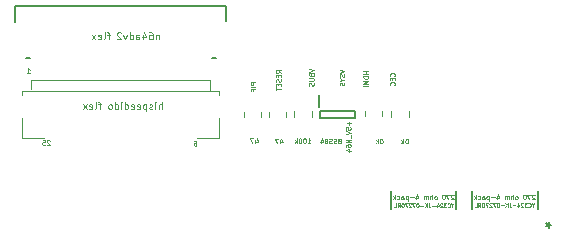
<source format=gbr>
%TF.GenerationSoftware,KiCad,Pcbnew,(6.0.11-0)*%
%TF.CreationDate,2023-07-21T19:28:34-05:00*%
%TF.ProjectId,PicoDVI-N64,5069636f-4456-4492-9d4e-36342e6b6963,rev?*%
%TF.SameCoordinates,Original*%
%TF.FileFunction,Legend,Bot*%
%TF.FilePolarity,Positive*%
%FSLAX46Y46*%
G04 Gerber Fmt 4.6, Leading zero omitted, Abs format (unit mm)*
G04 Created by KiCad (PCBNEW (6.0.11-0)) date 2023-07-21 19:28:34*
%MOMM*%
%LPD*%
G01*
G04 APERTURE LIST*
%ADD10C,0.100000*%
%ADD11C,0.082500*%
%ADD12C,0.125000*%
%ADD13C,0.150000*%
%ADD14C,0.152400*%
%ADD15C,0.120000*%
%ADD16C,0.203200*%
%ADD17C,0.200000*%
G04 APERTURE END LIST*
D10*
X150240952Y-88974285D02*
X150640952Y-89107619D01*
X150240952Y-89240952D01*
X150621904Y-89355238D02*
X150640952Y-89412380D01*
X150640952Y-89507619D01*
X150621904Y-89545714D01*
X150602857Y-89564761D01*
X150564761Y-89583809D01*
X150526666Y-89583809D01*
X150488571Y-89564761D01*
X150469523Y-89545714D01*
X150450476Y-89507619D01*
X150431428Y-89431428D01*
X150412380Y-89393333D01*
X150393333Y-89374285D01*
X150355238Y-89355238D01*
X150317142Y-89355238D01*
X150279047Y-89374285D01*
X150260000Y-89393333D01*
X150240952Y-89431428D01*
X150240952Y-89526666D01*
X150260000Y-89583809D01*
X150450476Y-89831428D02*
X150640952Y-89831428D01*
X150240952Y-89698095D02*
X150450476Y-89831428D01*
X150240952Y-89964761D01*
X150621904Y-90079047D02*
X150640952Y-90136190D01*
X150640952Y-90231428D01*
X150621904Y-90269523D01*
X150602857Y-90288571D01*
X150564761Y-90307619D01*
X150526666Y-90307619D01*
X150488571Y-90288571D01*
X150469523Y-90269523D01*
X150450476Y-90231428D01*
X150431428Y-90155238D01*
X150412380Y-90117142D01*
X150393333Y-90098095D01*
X150355238Y-90079047D01*
X150317142Y-90079047D01*
X150279047Y-90098095D01*
X150260000Y-90117142D01*
X150240952Y-90155238D01*
X150240952Y-90250476D01*
X150260000Y-90307619D01*
D11*
X166620000Y-100442142D02*
X166620000Y-100599285D01*
X166730000Y-100269285D02*
X166620000Y-100442142D01*
X166510000Y-100269285D01*
X166211428Y-100567857D02*
X166227142Y-100583571D01*
X166274285Y-100599285D01*
X166305714Y-100599285D01*
X166352857Y-100583571D01*
X166384285Y-100552142D01*
X166400000Y-100520714D01*
X166415714Y-100457857D01*
X166415714Y-100410714D01*
X166400000Y-100347857D01*
X166384285Y-100316428D01*
X166352857Y-100285000D01*
X166305714Y-100269285D01*
X166274285Y-100269285D01*
X166227142Y-100285000D01*
X166211428Y-100300714D01*
X166101428Y-100269285D02*
X165897142Y-100269285D01*
X166007142Y-100395000D01*
X165960000Y-100395000D01*
X165928571Y-100410714D01*
X165912857Y-100426428D01*
X165897142Y-100457857D01*
X165897142Y-100536428D01*
X165912857Y-100567857D01*
X165928571Y-100583571D01*
X165960000Y-100599285D01*
X166054285Y-100599285D01*
X166085714Y-100583571D01*
X166101428Y-100567857D01*
X165771428Y-100300714D02*
X165755714Y-100285000D01*
X165724285Y-100269285D01*
X165645714Y-100269285D01*
X165614285Y-100285000D01*
X165598571Y-100300714D01*
X165582857Y-100332142D01*
X165582857Y-100363571D01*
X165598571Y-100410714D01*
X165787142Y-100599285D01*
X165582857Y-100599285D01*
X165300000Y-100379285D02*
X165300000Y-100599285D01*
X165378571Y-100253571D02*
X165457142Y-100489285D01*
X165252857Y-100489285D01*
X165127142Y-100473571D02*
X164875714Y-100473571D01*
X164624285Y-100269285D02*
X164624285Y-100505000D01*
X164640000Y-100552142D01*
X164671428Y-100583571D01*
X164718571Y-100599285D01*
X164750000Y-100599285D01*
X164467142Y-100599285D02*
X164467142Y-100269285D01*
X164278571Y-100599285D02*
X164420000Y-100410714D01*
X164278571Y-100269285D02*
X164467142Y-100457857D01*
X164137142Y-100473571D02*
X163885714Y-100473571D01*
X163665714Y-100269285D02*
X163634285Y-100269285D01*
X163602857Y-100285000D01*
X163587142Y-100300714D01*
X163571428Y-100332142D01*
X163555714Y-100395000D01*
X163555714Y-100473571D01*
X163571428Y-100536428D01*
X163587142Y-100567857D01*
X163602857Y-100583571D01*
X163634285Y-100599285D01*
X163665714Y-100599285D01*
X163697142Y-100583571D01*
X163712857Y-100567857D01*
X163728571Y-100536428D01*
X163744285Y-100473571D01*
X163744285Y-100395000D01*
X163728571Y-100332142D01*
X163712857Y-100300714D01*
X163697142Y-100285000D01*
X163665714Y-100269285D01*
X163445714Y-100269285D02*
X163225714Y-100269285D01*
X163367142Y-100599285D01*
X163115714Y-100300714D02*
X163100000Y-100285000D01*
X163068571Y-100269285D01*
X162990000Y-100269285D01*
X162958571Y-100285000D01*
X162942857Y-100300714D01*
X162927142Y-100332142D01*
X162927142Y-100363571D01*
X162942857Y-100410714D01*
X163131428Y-100599285D01*
X162927142Y-100599285D01*
X162817142Y-100269285D02*
X162597142Y-100269285D01*
X162738571Y-100599285D01*
X162408571Y-100269285D02*
X162377142Y-100269285D01*
X162345714Y-100285000D01*
X162330000Y-100300714D01*
X162314285Y-100332142D01*
X162298571Y-100395000D01*
X162298571Y-100473571D01*
X162314285Y-100536428D01*
X162330000Y-100567857D01*
X162345714Y-100583571D01*
X162377142Y-100599285D01*
X162408571Y-100599285D01*
X162440000Y-100583571D01*
X162455714Y-100567857D01*
X162471428Y-100536428D01*
X162487142Y-100473571D01*
X162487142Y-100395000D01*
X162471428Y-100332142D01*
X162455714Y-100300714D01*
X162440000Y-100285000D01*
X162408571Y-100269285D01*
X161968571Y-100599285D02*
X162078571Y-100442142D01*
X162157142Y-100599285D02*
X162157142Y-100269285D01*
X162031428Y-100269285D01*
X162000000Y-100285000D01*
X161984285Y-100300714D01*
X161968571Y-100332142D01*
X161968571Y-100379285D01*
X161984285Y-100410714D01*
X162000000Y-100426428D01*
X162031428Y-100442142D01*
X162157142Y-100442142D01*
X161670000Y-100599285D02*
X161827142Y-100599285D01*
X161827142Y-100269285D01*
D10*
X143114285Y-94939285D02*
X143114285Y-95205952D01*
X143209523Y-94786904D02*
X143304761Y-95072619D01*
X143057142Y-95072619D01*
X142942857Y-94805952D02*
X142676190Y-94805952D01*
X142847619Y-95205952D01*
X125679761Y-94994047D02*
X125660714Y-94975000D01*
X125622619Y-94955952D01*
X125527380Y-94955952D01*
X125489285Y-94975000D01*
X125470238Y-94994047D01*
X125451190Y-95032142D01*
X125451190Y-95070238D01*
X125470238Y-95127380D01*
X125698809Y-95355952D01*
X125451190Y-95355952D01*
X125089285Y-94955952D02*
X125279761Y-94955952D01*
X125298809Y-95146428D01*
X125279761Y-95127380D01*
X125241666Y-95108333D01*
X125146428Y-95108333D01*
X125108333Y-95127380D01*
X125089285Y-95146428D01*
X125070238Y-95184523D01*
X125070238Y-95279761D01*
X125089285Y-95317857D01*
X125108333Y-95336904D01*
X125146428Y-95355952D01*
X125241666Y-95355952D01*
X125279761Y-95336904D01*
X125298809Y-95317857D01*
X137923809Y-95005952D02*
X138000000Y-95005952D01*
X138038095Y-95025000D01*
X138057142Y-95044047D01*
X138095238Y-95101190D01*
X138114285Y-95177380D01*
X138114285Y-95329761D01*
X138095238Y-95367857D01*
X138076190Y-95386904D01*
X138038095Y-95405952D01*
X137961904Y-95405952D01*
X137923809Y-95386904D01*
X137904761Y-95367857D01*
X137885714Y-95329761D01*
X137885714Y-95234523D01*
X137904761Y-95196428D01*
X137923809Y-95177380D01*
X137961904Y-95158333D01*
X138038095Y-95158333D01*
X138076190Y-95177380D01*
X138095238Y-95196428D01*
X138114285Y-95234523D01*
X147528571Y-95205952D02*
X147757142Y-95205952D01*
X147642857Y-95205952D02*
X147642857Y-94805952D01*
X147680952Y-94863095D01*
X147719047Y-94901190D01*
X147757142Y-94920238D01*
X147280952Y-94805952D02*
X147242857Y-94805952D01*
X147204761Y-94825000D01*
X147185714Y-94844047D01*
X147166666Y-94882142D01*
X147147619Y-94958333D01*
X147147619Y-95053571D01*
X147166666Y-95129761D01*
X147185714Y-95167857D01*
X147204761Y-95186904D01*
X147242857Y-95205952D01*
X147280952Y-95205952D01*
X147319047Y-95186904D01*
X147338095Y-95167857D01*
X147357142Y-95129761D01*
X147376190Y-95053571D01*
X147376190Y-94958333D01*
X147357142Y-94882142D01*
X147338095Y-94844047D01*
X147319047Y-94825000D01*
X147280952Y-94805952D01*
X146900000Y-94805952D02*
X146861904Y-94805952D01*
X146823809Y-94825000D01*
X146804761Y-94844047D01*
X146785714Y-94882142D01*
X146766666Y-94958333D01*
X146766666Y-95053571D01*
X146785714Y-95129761D01*
X146804761Y-95167857D01*
X146823809Y-95186904D01*
X146861904Y-95205952D01*
X146900000Y-95205952D01*
X146938095Y-95186904D01*
X146957142Y-95167857D01*
X146976190Y-95129761D01*
X146995238Y-95053571D01*
X146995238Y-94958333D01*
X146976190Y-94882142D01*
X146957142Y-94844047D01*
X146938095Y-94825000D01*
X146900000Y-94805952D01*
X146595238Y-95205952D02*
X146595238Y-94805952D01*
X146557142Y-95053571D02*
X146442857Y-95205952D01*
X146442857Y-94939285D02*
X146595238Y-95091666D01*
X159911904Y-99594047D02*
X159892857Y-99575000D01*
X159854761Y-99555952D01*
X159759523Y-99555952D01*
X159721428Y-99575000D01*
X159702380Y-99594047D01*
X159683333Y-99632142D01*
X159683333Y-99670238D01*
X159702380Y-99727380D01*
X159930952Y-99955952D01*
X159683333Y-99955952D01*
X159550000Y-99555952D02*
X159283333Y-99555952D01*
X159454761Y-99955952D01*
X159054761Y-99555952D02*
X159016666Y-99555952D01*
X158978571Y-99575000D01*
X158959523Y-99594047D01*
X158940476Y-99632142D01*
X158921428Y-99708333D01*
X158921428Y-99803571D01*
X158940476Y-99879761D01*
X158959523Y-99917857D01*
X158978571Y-99936904D01*
X159016666Y-99955952D01*
X159054761Y-99955952D01*
X159092857Y-99936904D01*
X159111904Y-99917857D01*
X159130952Y-99879761D01*
X159150000Y-99803571D01*
X159150000Y-99708333D01*
X159130952Y-99632142D01*
X159111904Y-99594047D01*
X159092857Y-99575000D01*
X159054761Y-99555952D01*
X158388095Y-99955952D02*
X158426190Y-99936904D01*
X158445238Y-99917857D01*
X158464285Y-99879761D01*
X158464285Y-99765476D01*
X158445238Y-99727380D01*
X158426190Y-99708333D01*
X158388095Y-99689285D01*
X158330952Y-99689285D01*
X158292857Y-99708333D01*
X158273809Y-99727380D01*
X158254761Y-99765476D01*
X158254761Y-99879761D01*
X158273809Y-99917857D01*
X158292857Y-99936904D01*
X158330952Y-99955952D01*
X158388095Y-99955952D01*
X158083333Y-99955952D02*
X158083333Y-99555952D01*
X157911904Y-99955952D02*
X157911904Y-99746428D01*
X157930952Y-99708333D01*
X157969047Y-99689285D01*
X158026190Y-99689285D01*
X158064285Y-99708333D01*
X158083333Y-99727380D01*
X157721428Y-99955952D02*
X157721428Y-99689285D01*
X157721428Y-99727380D02*
X157702380Y-99708333D01*
X157664285Y-99689285D01*
X157607142Y-99689285D01*
X157569047Y-99708333D01*
X157550000Y-99746428D01*
X157550000Y-99955952D01*
X157550000Y-99746428D02*
X157530952Y-99708333D01*
X157492857Y-99689285D01*
X157435714Y-99689285D01*
X157397619Y-99708333D01*
X157378571Y-99746428D01*
X157378571Y-99955952D01*
X156711904Y-99689285D02*
X156711904Y-99955952D01*
X156807142Y-99536904D02*
X156902380Y-99822619D01*
X156654761Y-99822619D01*
X156502380Y-99803571D02*
X156197619Y-99803571D01*
X156007142Y-99689285D02*
X156007142Y-100089285D01*
X156007142Y-99708333D02*
X155969047Y-99689285D01*
X155892857Y-99689285D01*
X155854761Y-99708333D01*
X155835714Y-99727380D01*
X155816666Y-99765476D01*
X155816666Y-99879761D01*
X155835714Y-99917857D01*
X155854761Y-99936904D01*
X155892857Y-99955952D01*
X155969047Y-99955952D01*
X156007142Y-99936904D01*
X155473809Y-99955952D02*
X155473809Y-99746428D01*
X155492857Y-99708333D01*
X155530952Y-99689285D01*
X155607142Y-99689285D01*
X155645238Y-99708333D01*
X155473809Y-99936904D02*
X155511904Y-99955952D01*
X155607142Y-99955952D01*
X155645238Y-99936904D01*
X155664285Y-99898809D01*
X155664285Y-99860714D01*
X155645238Y-99822619D01*
X155607142Y-99803571D01*
X155511904Y-99803571D01*
X155473809Y-99784523D01*
X155111904Y-99936904D02*
X155150000Y-99955952D01*
X155226190Y-99955952D01*
X155264285Y-99936904D01*
X155283333Y-99917857D01*
X155302380Y-99879761D01*
X155302380Y-99765476D01*
X155283333Y-99727380D01*
X155264285Y-99708333D01*
X155226190Y-99689285D01*
X155150000Y-99689285D01*
X155111904Y-99708333D01*
X154940476Y-99955952D02*
X154940476Y-99555952D01*
X154902380Y-99803571D02*
X154788095Y-99955952D01*
X154788095Y-99689285D02*
X154940476Y-99841666D01*
X154867857Y-89517857D02*
X154886904Y-89498809D01*
X154905952Y-89441666D01*
X154905952Y-89403571D01*
X154886904Y-89346428D01*
X154848809Y-89308333D01*
X154810714Y-89289285D01*
X154734523Y-89270238D01*
X154677380Y-89270238D01*
X154601190Y-89289285D01*
X154563095Y-89308333D01*
X154525000Y-89346428D01*
X154505952Y-89403571D01*
X154505952Y-89441666D01*
X154525000Y-89498809D01*
X154544047Y-89517857D01*
X154696428Y-89689285D02*
X154696428Y-89822619D01*
X154905952Y-89879761D02*
X154905952Y-89689285D01*
X154505952Y-89689285D01*
X154505952Y-89879761D01*
X154867857Y-90279761D02*
X154886904Y-90260714D01*
X154905952Y-90203571D01*
X154905952Y-90165476D01*
X154886904Y-90108333D01*
X154848809Y-90070238D01*
X154810714Y-90051190D01*
X154734523Y-90032142D01*
X154677380Y-90032142D01*
X154601190Y-90051190D01*
X154563095Y-90070238D01*
X154525000Y-90108333D01*
X154505952Y-90165476D01*
X154505952Y-90203571D01*
X154525000Y-90260714D01*
X154544047Y-90279761D01*
D11*
X159795000Y-100467142D02*
X159795000Y-100624285D01*
X159905000Y-100294285D02*
X159795000Y-100467142D01*
X159685000Y-100294285D01*
X159386428Y-100592857D02*
X159402142Y-100608571D01*
X159449285Y-100624285D01*
X159480714Y-100624285D01*
X159527857Y-100608571D01*
X159559285Y-100577142D01*
X159575000Y-100545714D01*
X159590714Y-100482857D01*
X159590714Y-100435714D01*
X159575000Y-100372857D01*
X159559285Y-100341428D01*
X159527857Y-100310000D01*
X159480714Y-100294285D01*
X159449285Y-100294285D01*
X159402142Y-100310000D01*
X159386428Y-100325714D01*
X159276428Y-100294285D02*
X159072142Y-100294285D01*
X159182142Y-100420000D01*
X159135000Y-100420000D01*
X159103571Y-100435714D01*
X159087857Y-100451428D01*
X159072142Y-100482857D01*
X159072142Y-100561428D01*
X159087857Y-100592857D01*
X159103571Y-100608571D01*
X159135000Y-100624285D01*
X159229285Y-100624285D01*
X159260714Y-100608571D01*
X159276428Y-100592857D01*
X158946428Y-100325714D02*
X158930714Y-100310000D01*
X158899285Y-100294285D01*
X158820714Y-100294285D01*
X158789285Y-100310000D01*
X158773571Y-100325714D01*
X158757857Y-100357142D01*
X158757857Y-100388571D01*
X158773571Y-100435714D01*
X158962142Y-100624285D01*
X158757857Y-100624285D01*
X158475000Y-100404285D02*
X158475000Y-100624285D01*
X158553571Y-100278571D02*
X158632142Y-100514285D01*
X158427857Y-100514285D01*
X158302142Y-100498571D02*
X158050714Y-100498571D01*
X157799285Y-100294285D02*
X157799285Y-100530000D01*
X157815000Y-100577142D01*
X157846428Y-100608571D01*
X157893571Y-100624285D01*
X157925000Y-100624285D01*
X157642142Y-100624285D02*
X157642142Y-100294285D01*
X157453571Y-100624285D02*
X157595000Y-100435714D01*
X157453571Y-100294285D02*
X157642142Y-100482857D01*
X157312142Y-100498571D02*
X157060714Y-100498571D01*
X156840714Y-100294285D02*
X156809285Y-100294285D01*
X156777857Y-100310000D01*
X156762142Y-100325714D01*
X156746428Y-100357142D01*
X156730714Y-100420000D01*
X156730714Y-100498571D01*
X156746428Y-100561428D01*
X156762142Y-100592857D01*
X156777857Y-100608571D01*
X156809285Y-100624285D01*
X156840714Y-100624285D01*
X156872142Y-100608571D01*
X156887857Y-100592857D01*
X156903571Y-100561428D01*
X156919285Y-100498571D01*
X156919285Y-100420000D01*
X156903571Y-100357142D01*
X156887857Y-100325714D01*
X156872142Y-100310000D01*
X156840714Y-100294285D01*
X156620714Y-100294285D02*
X156400714Y-100294285D01*
X156542142Y-100624285D01*
X156290714Y-100325714D02*
X156275000Y-100310000D01*
X156243571Y-100294285D01*
X156165000Y-100294285D01*
X156133571Y-100310000D01*
X156117857Y-100325714D01*
X156102142Y-100357142D01*
X156102142Y-100388571D01*
X156117857Y-100435714D01*
X156306428Y-100624285D01*
X156102142Y-100624285D01*
X155992142Y-100294285D02*
X155772142Y-100294285D01*
X155913571Y-100624285D01*
X155583571Y-100294285D02*
X155552142Y-100294285D01*
X155520714Y-100310000D01*
X155505000Y-100325714D01*
X155489285Y-100357142D01*
X155473571Y-100420000D01*
X155473571Y-100498571D01*
X155489285Y-100561428D01*
X155505000Y-100592857D01*
X155520714Y-100608571D01*
X155552142Y-100624285D01*
X155583571Y-100624285D01*
X155615000Y-100608571D01*
X155630714Y-100592857D01*
X155646428Y-100561428D01*
X155662142Y-100498571D01*
X155662142Y-100420000D01*
X155646428Y-100357142D01*
X155630714Y-100325714D01*
X155615000Y-100310000D01*
X155583571Y-100294285D01*
X155143571Y-100624285D02*
X155253571Y-100467142D01*
X155332142Y-100624285D02*
X155332142Y-100294285D01*
X155206428Y-100294285D01*
X155175000Y-100310000D01*
X155159285Y-100325714D01*
X155143571Y-100357142D01*
X155143571Y-100404285D01*
X155159285Y-100435714D01*
X155175000Y-100451428D01*
X155206428Y-100467142D01*
X155332142Y-100467142D01*
X154845000Y-100624285D02*
X155002142Y-100624285D01*
X155002142Y-100294285D01*
D10*
X123760714Y-89255952D02*
X123989285Y-89255952D01*
X123875000Y-89255952D02*
X123875000Y-88855952D01*
X123913095Y-88913095D01*
X123951190Y-88951190D01*
X123989285Y-88970238D01*
D12*
X134939285Y-86021428D02*
X134939285Y-86421428D01*
X134939285Y-86078571D02*
X134910714Y-86050000D01*
X134853571Y-86021428D01*
X134767857Y-86021428D01*
X134710714Y-86050000D01*
X134682142Y-86107142D01*
X134682142Y-86421428D01*
X134139285Y-85821428D02*
X134253571Y-85821428D01*
X134310714Y-85850000D01*
X134339285Y-85878571D01*
X134396428Y-85964285D01*
X134425000Y-86078571D01*
X134425000Y-86307142D01*
X134396428Y-86364285D01*
X134367857Y-86392857D01*
X134310714Y-86421428D01*
X134196428Y-86421428D01*
X134139285Y-86392857D01*
X134110714Y-86364285D01*
X134082142Y-86307142D01*
X134082142Y-86164285D01*
X134110714Y-86107142D01*
X134139285Y-86078571D01*
X134196428Y-86050000D01*
X134310714Y-86050000D01*
X134367857Y-86078571D01*
X134396428Y-86107142D01*
X134425000Y-86164285D01*
X133567857Y-86021428D02*
X133567857Y-86421428D01*
X133710714Y-85792857D02*
X133853571Y-86221428D01*
X133482142Y-86221428D01*
X132996428Y-86421428D02*
X132996428Y-86107142D01*
X133025000Y-86050000D01*
X133082142Y-86021428D01*
X133196428Y-86021428D01*
X133253571Y-86050000D01*
X132996428Y-86392857D02*
X133053571Y-86421428D01*
X133196428Y-86421428D01*
X133253571Y-86392857D01*
X133282142Y-86335714D01*
X133282142Y-86278571D01*
X133253571Y-86221428D01*
X133196428Y-86192857D01*
X133053571Y-86192857D01*
X132996428Y-86164285D01*
X132453571Y-86421428D02*
X132453571Y-85821428D01*
X132453571Y-86392857D02*
X132510714Y-86421428D01*
X132625000Y-86421428D01*
X132682142Y-86392857D01*
X132710714Y-86364285D01*
X132739285Y-86307142D01*
X132739285Y-86135714D01*
X132710714Y-86078571D01*
X132682142Y-86050000D01*
X132625000Y-86021428D01*
X132510714Y-86021428D01*
X132453571Y-86050000D01*
X132225000Y-86021428D02*
X132082142Y-86421428D01*
X131939285Y-86021428D01*
X131739285Y-85878571D02*
X131710714Y-85850000D01*
X131653571Y-85821428D01*
X131510714Y-85821428D01*
X131453571Y-85850000D01*
X131425000Y-85878571D01*
X131396428Y-85935714D01*
X131396428Y-85992857D01*
X131425000Y-86078571D01*
X131767857Y-86421428D01*
X131396428Y-86421428D01*
X130767857Y-86021428D02*
X130539285Y-86021428D01*
X130682142Y-86421428D02*
X130682142Y-85907142D01*
X130653571Y-85850000D01*
X130596428Y-85821428D01*
X130539285Y-85821428D01*
X130253571Y-86421428D02*
X130310714Y-86392857D01*
X130339285Y-86335714D01*
X130339285Y-85821428D01*
X129796428Y-86392857D02*
X129853571Y-86421428D01*
X129967857Y-86421428D01*
X130025000Y-86392857D01*
X130053571Y-86335714D01*
X130053571Y-86107142D01*
X130025000Y-86050000D01*
X129967857Y-86021428D01*
X129853571Y-86021428D01*
X129796428Y-86050000D01*
X129767857Y-86107142D01*
X129767857Y-86164285D01*
X130053571Y-86221428D01*
X129567857Y-86421428D02*
X129253571Y-86021428D01*
X129567857Y-86021428D02*
X129253571Y-86421428D01*
D10*
X145214285Y-94964285D02*
X145214285Y-95230952D01*
X145309523Y-94811904D02*
X145404761Y-95097619D01*
X145157142Y-95097619D01*
X145042857Y-94830952D02*
X144776190Y-94830952D01*
X144947619Y-95230952D01*
X155930952Y-94830952D02*
X155892857Y-94830952D01*
X155854761Y-94850000D01*
X155835714Y-94869047D01*
X155816666Y-94907142D01*
X155797619Y-94983333D01*
X155797619Y-95078571D01*
X155816666Y-95154761D01*
X155835714Y-95192857D01*
X155854761Y-95211904D01*
X155892857Y-95230952D01*
X155930952Y-95230952D01*
X155969047Y-95211904D01*
X155988095Y-95192857D01*
X156007142Y-95154761D01*
X156026190Y-95078571D01*
X156026190Y-94983333D01*
X156007142Y-94907142D01*
X155988095Y-94869047D01*
X155969047Y-94850000D01*
X155930952Y-94830952D01*
X155626190Y-95230952D02*
X155626190Y-94830952D01*
X155588095Y-95078571D02*
X155473809Y-95230952D01*
X155473809Y-94964285D02*
X155626190Y-95116666D01*
X166761904Y-99594047D02*
X166742857Y-99575000D01*
X166704761Y-99555952D01*
X166609523Y-99555952D01*
X166571428Y-99575000D01*
X166552380Y-99594047D01*
X166533333Y-99632142D01*
X166533333Y-99670238D01*
X166552380Y-99727380D01*
X166780952Y-99955952D01*
X166533333Y-99955952D01*
X166400000Y-99555952D02*
X166133333Y-99555952D01*
X166304761Y-99955952D01*
X165904761Y-99555952D02*
X165866666Y-99555952D01*
X165828571Y-99575000D01*
X165809523Y-99594047D01*
X165790476Y-99632142D01*
X165771428Y-99708333D01*
X165771428Y-99803571D01*
X165790476Y-99879761D01*
X165809523Y-99917857D01*
X165828571Y-99936904D01*
X165866666Y-99955952D01*
X165904761Y-99955952D01*
X165942857Y-99936904D01*
X165961904Y-99917857D01*
X165980952Y-99879761D01*
X166000000Y-99803571D01*
X166000000Y-99708333D01*
X165980952Y-99632142D01*
X165961904Y-99594047D01*
X165942857Y-99575000D01*
X165904761Y-99555952D01*
X165238095Y-99955952D02*
X165276190Y-99936904D01*
X165295238Y-99917857D01*
X165314285Y-99879761D01*
X165314285Y-99765476D01*
X165295238Y-99727380D01*
X165276190Y-99708333D01*
X165238095Y-99689285D01*
X165180952Y-99689285D01*
X165142857Y-99708333D01*
X165123809Y-99727380D01*
X165104761Y-99765476D01*
X165104761Y-99879761D01*
X165123809Y-99917857D01*
X165142857Y-99936904D01*
X165180952Y-99955952D01*
X165238095Y-99955952D01*
X164933333Y-99955952D02*
X164933333Y-99555952D01*
X164761904Y-99955952D02*
X164761904Y-99746428D01*
X164780952Y-99708333D01*
X164819047Y-99689285D01*
X164876190Y-99689285D01*
X164914285Y-99708333D01*
X164933333Y-99727380D01*
X164571428Y-99955952D02*
X164571428Y-99689285D01*
X164571428Y-99727380D02*
X164552380Y-99708333D01*
X164514285Y-99689285D01*
X164457142Y-99689285D01*
X164419047Y-99708333D01*
X164400000Y-99746428D01*
X164400000Y-99955952D01*
X164400000Y-99746428D02*
X164380952Y-99708333D01*
X164342857Y-99689285D01*
X164285714Y-99689285D01*
X164247619Y-99708333D01*
X164228571Y-99746428D01*
X164228571Y-99955952D01*
X163561904Y-99689285D02*
X163561904Y-99955952D01*
X163657142Y-99536904D02*
X163752380Y-99822619D01*
X163504761Y-99822619D01*
X163352380Y-99803571D02*
X163047619Y-99803571D01*
X162857142Y-99689285D02*
X162857142Y-100089285D01*
X162857142Y-99708333D02*
X162819047Y-99689285D01*
X162742857Y-99689285D01*
X162704761Y-99708333D01*
X162685714Y-99727380D01*
X162666666Y-99765476D01*
X162666666Y-99879761D01*
X162685714Y-99917857D01*
X162704761Y-99936904D01*
X162742857Y-99955952D01*
X162819047Y-99955952D01*
X162857142Y-99936904D01*
X162323809Y-99955952D02*
X162323809Y-99746428D01*
X162342857Y-99708333D01*
X162380952Y-99689285D01*
X162457142Y-99689285D01*
X162495238Y-99708333D01*
X162323809Y-99936904D02*
X162361904Y-99955952D01*
X162457142Y-99955952D01*
X162495238Y-99936904D01*
X162514285Y-99898809D01*
X162514285Y-99860714D01*
X162495238Y-99822619D01*
X162457142Y-99803571D01*
X162361904Y-99803571D01*
X162323809Y-99784523D01*
X161961904Y-99936904D02*
X162000000Y-99955952D01*
X162076190Y-99955952D01*
X162114285Y-99936904D01*
X162133333Y-99917857D01*
X162152380Y-99879761D01*
X162152380Y-99765476D01*
X162133333Y-99727380D01*
X162114285Y-99708333D01*
X162076190Y-99689285D01*
X162000000Y-99689285D01*
X161961904Y-99708333D01*
X161790476Y-99955952D02*
X161790476Y-99555952D01*
X161752380Y-99803571D02*
X161638095Y-99955952D01*
X161638095Y-99689285D02*
X161790476Y-99841666D01*
X153780952Y-94830952D02*
X153742857Y-94830952D01*
X153704761Y-94850000D01*
X153685714Y-94869047D01*
X153666666Y-94907142D01*
X153647619Y-94983333D01*
X153647619Y-95078571D01*
X153666666Y-95154761D01*
X153685714Y-95192857D01*
X153704761Y-95211904D01*
X153742857Y-95230952D01*
X153780952Y-95230952D01*
X153819047Y-95211904D01*
X153838095Y-95192857D01*
X153857142Y-95154761D01*
X153876190Y-95078571D01*
X153876190Y-94983333D01*
X153857142Y-94907142D01*
X153838095Y-94869047D01*
X153819047Y-94850000D01*
X153780952Y-94830952D01*
X153476190Y-95230952D02*
X153476190Y-94830952D01*
X153438095Y-95078571D02*
X153323809Y-95230952D01*
X153323809Y-94964285D02*
X153476190Y-95116666D01*
X151023571Y-93377857D02*
X151023571Y-93682619D01*
X151175952Y-93530238D02*
X150871190Y-93530238D01*
X150775952Y-94063571D02*
X150775952Y-93873095D01*
X150966428Y-93854047D01*
X150947380Y-93873095D01*
X150928333Y-93911190D01*
X150928333Y-94006428D01*
X150947380Y-94044523D01*
X150966428Y-94063571D01*
X151004523Y-94082619D01*
X151099761Y-94082619D01*
X151137857Y-94063571D01*
X151156904Y-94044523D01*
X151175952Y-94006428D01*
X151175952Y-93911190D01*
X151156904Y-93873095D01*
X151137857Y-93854047D01*
X150775952Y-94196904D02*
X151175952Y-94330238D01*
X150775952Y-94463571D01*
X151214047Y-94501666D02*
X151214047Y-94806428D01*
X151175952Y-94901666D02*
X150775952Y-94901666D01*
X151175952Y-95130238D01*
X150775952Y-95130238D01*
X150775952Y-95492142D02*
X150775952Y-95415952D01*
X150795000Y-95377857D01*
X150814047Y-95358809D01*
X150871190Y-95320714D01*
X150947380Y-95301666D01*
X151099761Y-95301666D01*
X151137857Y-95320714D01*
X151156904Y-95339761D01*
X151175952Y-95377857D01*
X151175952Y-95454047D01*
X151156904Y-95492142D01*
X151137857Y-95511190D01*
X151099761Y-95530238D01*
X151004523Y-95530238D01*
X150966428Y-95511190D01*
X150947380Y-95492142D01*
X150928333Y-95454047D01*
X150928333Y-95377857D01*
X150947380Y-95339761D01*
X150966428Y-95320714D01*
X151004523Y-95301666D01*
X150909285Y-95873095D02*
X151175952Y-95873095D01*
X150756904Y-95777857D02*
X151042619Y-95682619D01*
X151042619Y-95930238D01*
X150203333Y-95001428D02*
X150146190Y-95020476D01*
X150127142Y-95039523D01*
X150108095Y-95077619D01*
X150108095Y-95134761D01*
X150127142Y-95172857D01*
X150146190Y-95191904D01*
X150184285Y-95210952D01*
X150336666Y-95210952D01*
X150336666Y-94810952D01*
X150203333Y-94810952D01*
X150165238Y-94830000D01*
X150146190Y-94849047D01*
X150127142Y-94887142D01*
X150127142Y-94925238D01*
X150146190Y-94963333D01*
X150165238Y-94982380D01*
X150203333Y-95001428D01*
X150336666Y-95001428D01*
X149955714Y-95191904D02*
X149898571Y-95210952D01*
X149803333Y-95210952D01*
X149765238Y-95191904D01*
X149746190Y-95172857D01*
X149727142Y-95134761D01*
X149727142Y-95096666D01*
X149746190Y-95058571D01*
X149765238Y-95039523D01*
X149803333Y-95020476D01*
X149879523Y-95001428D01*
X149917619Y-94982380D01*
X149936666Y-94963333D01*
X149955714Y-94925238D01*
X149955714Y-94887142D01*
X149936666Y-94849047D01*
X149917619Y-94830000D01*
X149879523Y-94810952D01*
X149784285Y-94810952D01*
X149727142Y-94830000D01*
X149574761Y-95191904D02*
X149517619Y-95210952D01*
X149422380Y-95210952D01*
X149384285Y-95191904D01*
X149365238Y-95172857D01*
X149346190Y-95134761D01*
X149346190Y-95096666D01*
X149365238Y-95058571D01*
X149384285Y-95039523D01*
X149422380Y-95020476D01*
X149498571Y-95001428D01*
X149536666Y-94982380D01*
X149555714Y-94963333D01*
X149574761Y-94925238D01*
X149574761Y-94887142D01*
X149555714Y-94849047D01*
X149536666Y-94830000D01*
X149498571Y-94810952D01*
X149403333Y-94810952D01*
X149346190Y-94830000D01*
X149117619Y-94982380D02*
X149155714Y-94963333D01*
X149174761Y-94944285D01*
X149193809Y-94906190D01*
X149193809Y-94887142D01*
X149174761Y-94849047D01*
X149155714Y-94830000D01*
X149117619Y-94810952D01*
X149041428Y-94810952D01*
X149003333Y-94830000D01*
X148984285Y-94849047D01*
X148965238Y-94887142D01*
X148965238Y-94906190D01*
X148984285Y-94944285D01*
X149003333Y-94963333D01*
X149041428Y-94982380D01*
X149117619Y-94982380D01*
X149155714Y-95001428D01*
X149174761Y-95020476D01*
X149193809Y-95058571D01*
X149193809Y-95134761D01*
X149174761Y-95172857D01*
X149155714Y-95191904D01*
X149117619Y-95210952D01*
X149041428Y-95210952D01*
X149003333Y-95191904D01*
X148984285Y-95172857D01*
X148965238Y-95134761D01*
X148965238Y-95058571D01*
X148984285Y-95020476D01*
X149003333Y-95001428D01*
X149041428Y-94982380D01*
X148622380Y-94944285D02*
X148622380Y-95210952D01*
X148717619Y-94791904D02*
X148812857Y-95077619D01*
X148565238Y-95077619D01*
X152655952Y-89111904D02*
X152255952Y-89111904D01*
X152446428Y-89111904D02*
X152446428Y-89340476D01*
X152655952Y-89340476D02*
X152255952Y-89340476D01*
X152655952Y-89530952D02*
X152255952Y-89530952D01*
X152255952Y-89626190D01*
X152275000Y-89683333D01*
X152313095Y-89721428D01*
X152351190Y-89740476D01*
X152427380Y-89759523D01*
X152484523Y-89759523D01*
X152560714Y-89740476D01*
X152598809Y-89721428D01*
X152636904Y-89683333D01*
X152655952Y-89626190D01*
X152655952Y-89530952D01*
X152655952Y-89930952D02*
X152255952Y-89930952D01*
X152541666Y-90064285D01*
X152255952Y-90197619D01*
X152655952Y-90197619D01*
X152655952Y-90388095D02*
X152255952Y-90388095D01*
X143105952Y-90028571D02*
X142705952Y-90028571D01*
X142705952Y-90180952D01*
X142725000Y-90219047D01*
X142744047Y-90238095D01*
X142782142Y-90257142D01*
X142839285Y-90257142D01*
X142877380Y-90238095D01*
X142896428Y-90219047D01*
X142915476Y-90180952D01*
X142915476Y-90028571D01*
X143105952Y-90428571D02*
X142705952Y-90428571D01*
X142896428Y-90752380D02*
X142896428Y-90619047D01*
X143105952Y-90619047D02*
X142705952Y-90619047D01*
X142705952Y-90809523D01*
X147655952Y-88896666D02*
X148055952Y-89030000D01*
X147655952Y-89163333D01*
X147846428Y-89430000D02*
X147865476Y-89487142D01*
X147884523Y-89506190D01*
X147922619Y-89525238D01*
X147979761Y-89525238D01*
X148017857Y-89506190D01*
X148036904Y-89487142D01*
X148055952Y-89449047D01*
X148055952Y-89296666D01*
X147655952Y-89296666D01*
X147655952Y-89430000D01*
X147675000Y-89468095D01*
X147694047Y-89487142D01*
X147732142Y-89506190D01*
X147770238Y-89506190D01*
X147808333Y-89487142D01*
X147827380Y-89468095D01*
X147846428Y-89430000D01*
X147846428Y-89296666D01*
X147655952Y-89696666D02*
X147979761Y-89696666D01*
X148017857Y-89715714D01*
X148036904Y-89734761D01*
X148055952Y-89772857D01*
X148055952Y-89849047D01*
X148036904Y-89887142D01*
X148017857Y-89906190D01*
X147979761Y-89925238D01*
X147655952Y-89925238D01*
X148036904Y-90096666D02*
X148055952Y-90153809D01*
X148055952Y-90249047D01*
X148036904Y-90287142D01*
X148017857Y-90306190D01*
X147979761Y-90325238D01*
X147941666Y-90325238D01*
X147903571Y-90306190D01*
X147884523Y-90287142D01*
X147865476Y-90249047D01*
X147846428Y-90172857D01*
X147827380Y-90134761D01*
X147808333Y-90115714D01*
X147770238Y-90096666D01*
X147732142Y-90096666D01*
X147694047Y-90115714D01*
X147675000Y-90134761D01*
X147655952Y-90172857D01*
X147655952Y-90268095D01*
X147675000Y-90325238D01*
X145255952Y-89269047D02*
X145065476Y-89135714D01*
X145255952Y-89040476D02*
X144855952Y-89040476D01*
X144855952Y-89192857D01*
X144875000Y-89230952D01*
X144894047Y-89250000D01*
X144932142Y-89269047D01*
X144989285Y-89269047D01*
X145027380Y-89250000D01*
X145046428Y-89230952D01*
X145065476Y-89192857D01*
X145065476Y-89040476D01*
X145046428Y-89440476D02*
X145046428Y-89573809D01*
X145255952Y-89630952D02*
X145255952Y-89440476D01*
X144855952Y-89440476D01*
X144855952Y-89630952D01*
X145236904Y-89783333D02*
X145255952Y-89840476D01*
X145255952Y-89935714D01*
X145236904Y-89973809D01*
X145217857Y-89992857D01*
X145179761Y-90011904D01*
X145141666Y-90011904D01*
X145103571Y-89992857D01*
X145084523Y-89973809D01*
X145065476Y-89935714D01*
X145046428Y-89859523D01*
X145027380Y-89821428D01*
X145008333Y-89802380D01*
X144970238Y-89783333D01*
X144932142Y-89783333D01*
X144894047Y-89802380D01*
X144875000Y-89821428D01*
X144855952Y-89859523D01*
X144855952Y-89954761D01*
X144875000Y-90011904D01*
X145046428Y-90183333D02*
X145046428Y-90316666D01*
X145255952Y-90373809D02*
X145255952Y-90183333D01*
X144855952Y-90183333D01*
X144855952Y-90373809D01*
X144855952Y-90488095D02*
X144855952Y-90716666D01*
X145255952Y-90602380D02*
X144855952Y-90602380D01*
D12*
X135189285Y-92321428D02*
X135189285Y-91721428D01*
X134932142Y-92321428D02*
X134932142Y-92007142D01*
X134960714Y-91950000D01*
X135017857Y-91921428D01*
X135103571Y-91921428D01*
X135160714Y-91950000D01*
X135189285Y-91978571D01*
X134646428Y-92321428D02*
X134646428Y-91921428D01*
X134646428Y-91721428D02*
X134675000Y-91750000D01*
X134646428Y-91778571D01*
X134617857Y-91750000D01*
X134646428Y-91721428D01*
X134646428Y-91778571D01*
X134389285Y-92292857D02*
X134332142Y-92321428D01*
X134217857Y-92321428D01*
X134160714Y-92292857D01*
X134132142Y-92235714D01*
X134132142Y-92207142D01*
X134160714Y-92150000D01*
X134217857Y-92121428D01*
X134303571Y-92121428D01*
X134360714Y-92092857D01*
X134389285Y-92035714D01*
X134389285Y-92007142D01*
X134360714Y-91950000D01*
X134303571Y-91921428D01*
X134217857Y-91921428D01*
X134160714Y-91950000D01*
X133875000Y-91921428D02*
X133875000Y-92521428D01*
X133875000Y-91950000D02*
X133817857Y-91921428D01*
X133703571Y-91921428D01*
X133646428Y-91950000D01*
X133617857Y-91978571D01*
X133589285Y-92035714D01*
X133589285Y-92207142D01*
X133617857Y-92264285D01*
X133646428Y-92292857D01*
X133703571Y-92321428D01*
X133817857Y-92321428D01*
X133875000Y-92292857D01*
X133103571Y-92292857D02*
X133160714Y-92321428D01*
X133275000Y-92321428D01*
X133332142Y-92292857D01*
X133360714Y-92235714D01*
X133360714Y-92007142D01*
X133332142Y-91950000D01*
X133275000Y-91921428D01*
X133160714Y-91921428D01*
X133103571Y-91950000D01*
X133075000Y-92007142D01*
X133075000Y-92064285D01*
X133360714Y-92121428D01*
X132589285Y-92292857D02*
X132646428Y-92321428D01*
X132760714Y-92321428D01*
X132817857Y-92292857D01*
X132846428Y-92235714D01*
X132846428Y-92007142D01*
X132817857Y-91950000D01*
X132760714Y-91921428D01*
X132646428Y-91921428D01*
X132589285Y-91950000D01*
X132560714Y-92007142D01*
X132560714Y-92064285D01*
X132846428Y-92121428D01*
X132046428Y-92321428D02*
X132046428Y-91721428D01*
X132046428Y-92292857D02*
X132103571Y-92321428D01*
X132217857Y-92321428D01*
X132275000Y-92292857D01*
X132303571Y-92264285D01*
X132332142Y-92207142D01*
X132332142Y-92035714D01*
X132303571Y-91978571D01*
X132275000Y-91950000D01*
X132217857Y-91921428D01*
X132103571Y-91921428D01*
X132046428Y-91950000D01*
X131760714Y-92321428D02*
X131760714Y-91921428D01*
X131760714Y-91721428D02*
X131789285Y-91750000D01*
X131760714Y-91778571D01*
X131732142Y-91750000D01*
X131760714Y-91721428D01*
X131760714Y-91778571D01*
X131217857Y-92321428D02*
X131217857Y-91721428D01*
X131217857Y-92292857D02*
X131275000Y-92321428D01*
X131389285Y-92321428D01*
X131446428Y-92292857D01*
X131475000Y-92264285D01*
X131503571Y-92207142D01*
X131503571Y-92035714D01*
X131475000Y-91978571D01*
X131446428Y-91950000D01*
X131389285Y-91921428D01*
X131275000Y-91921428D01*
X131217857Y-91950000D01*
X130846428Y-92321428D02*
X130903571Y-92292857D01*
X130932142Y-92264285D01*
X130960714Y-92207142D01*
X130960714Y-92035714D01*
X130932142Y-91978571D01*
X130903571Y-91950000D01*
X130846428Y-91921428D01*
X130760714Y-91921428D01*
X130703571Y-91950000D01*
X130675000Y-91978571D01*
X130646428Y-92035714D01*
X130646428Y-92207142D01*
X130675000Y-92264285D01*
X130703571Y-92292857D01*
X130760714Y-92321428D01*
X130846428Y-92321428D01*
X130017857Y-91921428D02*
X129789285Y-91921428D01*
X129932142Y-92321428D02*
X129932142Y-91807142D01*
X129903571Y-91750000D01*
X129846428Y-91721428D01*
X129789285Y-91721428D01*
X129503571Y-92321428D02*
X129560714Y-92292857D01*
X129589285Y-92235714D01*
X129589285Y-91721428D01*
X129046428Y-92292857D02*
X129103571Y-92321428D01*
X129217857Y-92321428D01*
X129275000Y-92292857D01*
X129303571Y-92235714D01*
X129303571Y-92007142D01*
X129275000Y-91950000D01*
X129217857Y-91921428D01*
X129103571Y-91921428D01*
X129046428Y-91950000D01*
X129017857Y-92007142D01*
X129017857Y-92064285D01*
X129303571Y-92121428D01*
X128817857Y-92321428D02*
X128503571Y-91921428D01*
X128817857Y-91921428D02*
X128503571Y-92321428D01*
D13*
%TO.C,REF\u002A\u002A*%
X168125419Y-102107800D02*
X167887323Y-102107800D01*
X167982561Y-102345895D02*
X167887323Y-102107800D01*
X167982561Y-101869704D01*
X167696847Y-102250657D02*
X167887323Y-102107800D01*
X167696847Y-101964942D01*
D14*
X161456400Y-100759060D02*
X161456400Y-99290940D01*
X166993600Y-100759060D02*
X166993600Y-99290940D01*
D15*
%TO.C,*%
X152395000Y-92457936D02*
X152395000Y-92912064D01*
X153865000Y-92457936D02*
X153865000Y-92912064D01*
X156070000Y-92502936D02*
X156070000Y-92957064D01*
X154600000Y-92502936D02*
X154600000Y-92957064D01*
X143610000Y-92522936D02*
X143610000Y-92977064D01*
X142140000Y-92522936D02*
X142140000Y-92977064D01*
D14*
%TO.C,REF\u002A\u002A*%
X160118600Y-99290940D02*
X160118600Y-100759060D01*
X154581400Y-99290940D02*
X154581400Y-100759060D01*
D15*
%TO.C,*%
X145710000Y-92522936D02*
X145710000Y-92977064D01*
X144240000Y-92522936D02*
X144240000Y-92977064D01*
D16*
%TO.C,X1*%
X139736000Y-88000800D02*
X139425000Y-88000800D01*
X122725000Y-83600800D02*
X123025000Y-83600800D01*
X122725000Y-84950800D02*
X122725000Y-83600800D01*
X124025000Y-88000800D02*
X123700000Y-88000800D01*
X140325000Y-83600800D02*
X123025000Y-83600800D01*
X140325000Y-83600800D02*
X140625000Y-83600800D01*
X140625000Y-83600800D02*
X140625000Y-84889800D01*
D10*
%TO.C,J\u002A\u002A*%
X139250000Y-89850000D02*
X139250000Y-90775000D01*
X123350000Y-90775000D02*
X140050000Y-90775000D01*
X123350000Y-91100000D02*
X123350000Y-90775000D01*
X138200000Y-94725000D02*
X140050000Y-94725000D01*
X140050000Y-94725000D02*
X140050000Y-93100000D01*
X125200000Y-94725000D02*
X123350000Y-94725000D01*
X140050000Y-90775000D02*
X140050000Y-91100000D01*
X123350000Y-94725000D02*
X123350000Y-93100000D01*
X124125000Y-89850000D02*
X139250000Y-89850000D01*
X124150000Y-90600000D02*
X124125000Y-89850000D01*
D15*
%TO.C,*%
X147860000Y-92497936D02*
X147860000Y-92952064D01*
X146390000Y-92497936D02*
X146390000Y-92952064D01*
D17*
%TO.C,Q\u002A\u002A*%
X151510000Y-92500000D02*
X148590000Y-92500000D01*
X148590000Y-93050000D02*
X151510000Y-93050000D01*
X151510000Y-93050000D02*
X151510000Y-92500000D01*
X148590000Y-92500000D02*
X148590000Y-93050000D01*
X148500000Y-91100000D02*
X148500000Y-92150000D01*
%TD*%
M02*

</source>
